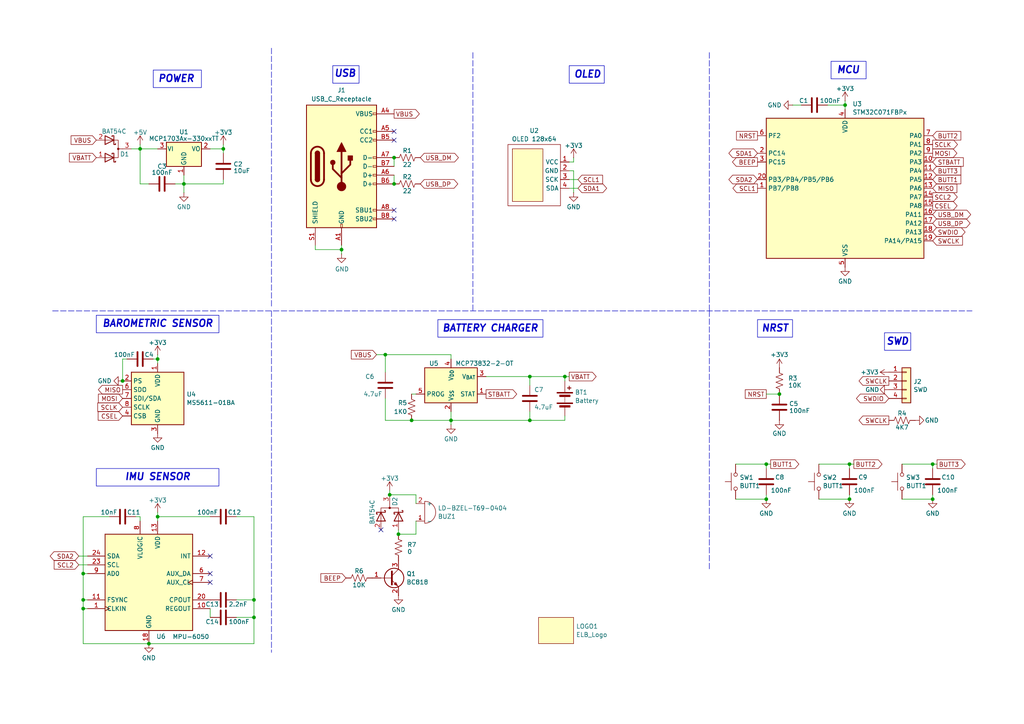
<source format=kicad_sch>
(kicad_sch (version 20250114) (generator "eeschema") (generator_version "9.0")
  (paper "A4")
  (title_block (title "ElbALTM 1") (date "2025-07-02") (rev "1.0") (company "ELB lab") (comment 4 "Altimetro portalie a batteria LiPo"))
  (lib_symbols
    (symbol "Battery_Management:MCP73831-2-OT"
      (property "Reference" "U" (at -7.62 6.35 0))
      (property "Value" "MCP73831-2-OT" (at 1.27 6.35 0))
      (symbol "MCP73831-2-OT_0_1"
        (rectangle (start -7.62 5.08) (end 7.62 -5.08) (stroke (width 0.254)) (fill (type background)))
      )
      (symbol "MCP73831-2-OT_1_1"
        (pin input line (at -10.16 -2.54 0) (length 2.54) (name "PROG") (number "5"))
        (pin power_in line (at 0 7.62 270) (length 2.54) (name "V_{DD}") (number "4"))
        (pin power_in line (at 0 -7.62 90) (length 2.54) (name "V_{SS}") (number "2"))
        (pin power_out line (at 10.16 2.54 180) (length 2.54) (name "V_{BAT}") (number "3"))
        (pin tri_state line (at 10.16 -2.54 180) (length 2.54) (name "STAT") (number "1"))
      )
    )
    (symbol "Connector:USB_C_Receptacle_USB2.0_16P" (pin_names (offset 1.016))
      (property "Reference" "J" (at 0 22.225 0))
      (property "Value" "USB_C_Receptacle_USB2.0_16P" (at 0 19.685 0))
      (symbol "USB_C_Receptacle_USB2.0_16P_0_0"
        (rectangle (start -0.254 -17.78) (end 0.254 -16.764))
        (rectangle (start 10.16 15.494) (end 9.144 14.986))
        (rectangle (start 10.16 10.414) (end 9.144 9.906))
        (rectangle (start 10.16 7.874) (end 9.144 7.366))
        (rectangle (start 10.16 2.794) (end 9.144 2.286))
        (rectangle (start 10.16 0.254) (end 9.144 -0.254))
        (rectangle (start 10.16 -2.286) (end 9.144 -2.794))
        (rectangle (start 10.16 -4.826) (end 9.144 -5.334))
        (rectangle (start 10.16 -12.446) (end 9.144 -12.954))
        (rectangle (start 10.16 -14.986) (end 9.144 -15.494))
      )
      (symbol "USB_C_Receptacle_USB2.0_16P_0_1"
        (rectangle (start -10.16 17.78) (end 10.16 -17.78) (stroke (width 0.254)) (fill (type background)))
        (polyline (pts (xy -8.89 -3.81) (xy -8.89 3.81)) (stroke (width 0.508)))
        (rectangle (start -7.62 -3.81) (end -6.35 3.81) (stroke (width 0.254)) (fill (type outline)))
        (arc (start -7.62 3.81) (mid -6.985 4.4423) (end -6.35 3.81) (stroke (width 0.254)))
        (arc (start -7.62 3.81) (mid -6.985 4.4423) (end -6.35 3.81) (stroke (width 0.254)) (fill (type outline)))
        (arc (start -8.89 3.81) (mid -6.985 5.7067) (end -5.08 3.81) (stroke (width 0.508)))
        (arc (start -5.08 -3.81) (mid -6.985 -5.7067) (end -8.89 -3.81) (stroke (width 0.508)))
        (arc (start -6.35 -3.81) (mid -6.985 -4.4423) (end -7.62 -3.81) (stroke (width 0.254)))
        (arc (start -6.35 -3.81) (mid -6.985 -4.4423) (end -7.62 -3.81) (stroke (width 0.254)) (fill (type outline)))
        (polyline (pts (xy -5.08 3.81) (xy -5.08 -3.81)) (stroke (width 0.508)))
        (circle (center -2.54 1.143) (radius 0.635) (stroke (width 0.254)) (fill (type outline)))
        (polyline (pts (xy -1.27 4.318) (xy 0 6.858) (xy 1.27 4.318) (xy -1.27 4.318)) (stroke (width 0.254)) (fill (type outline)))
        (polyline (pts (xy 0 -2.032) (xy 2.54 0.508) (xy 2.54 1.778)) (stroke (width 0.508)))
        (polyline (pts (xy 0 -3.302) (xy -2.54 -0.762) (xy -2.54 0.508)) (stroke (width 0.508)))
        (polyline (pts (xy 0 -5.842) (xy 0 4.318)) (stroke (width 0.508)))
        (circle (center 0 -5.842) (radius 1.27) (fill (type outline)))
        (rectangle (start 1.905 1.778) (end 3.175 3.048) (stroke (width 0.254)) (fill (type outline)))
      )
      (symbol "USB_C_Receptacle_USB2.0_16P_1_1"
        (pin passive line (at -7.62 -22.86 90) (length 5.08) (name "SHIELD") (number "S1"))
        (pin passive line (at 0 -22.86 90) (length 5.08) (name "GND") (number "A1"))
        (pin passive line (at 0 -22.86 90) (length 5.08) (hide yes) (name "GND") (number "A12"))
        (pin passive line (at 0 -22.86 90) (length 5.08) (hide yes) (name "GND") (number "B1"))
        (pin passive line (at 0 -22.86 90) (length 5.08) (hide yes) (name "GND") (number "B12"))
        (pin passive line (at 15.24 15.24 180) (length 5.08) (name "VBUS") (number "A4"))
        (pin passive line (at 15.24 15.24 180) (length 5.08) (hide yes) (name "VBUS") (number "A9"))
        (pin passive line (at 15.24 15.24 180) (length 5.08) (hide yes) (name "VBUS") (number "B4"))
        (pin passive line (at 15.24 15.24 180) (length 5.08) (hide yes) (name "VBUS") (number "B9"))
        (pin bidirectional line (at 15.24 10.16 180) (length 5.08) (name "CC1") (number "A5"))
        (pin bidirectional line (at 15.24 7.62 180) (length 5.08) (name "CC2") (number "B5"))
        (pin bidirectional line (at 15.24 2.54 180) (length 5.08) (name "D-") (number "A7"))
        (pin bidirectional line (at 15.24 0 180) (length 5.08) (name "D-") (number "B7"))
        (pin bidirectional line (at 15.24 -2.54 180) (length 5.08) (name "D+") (number "A6"))
        (pin bidirectional line (at 15.24 -5.08 180) (length 5.08) (name "D+") (number "B6"))
        (pin bidirectional line (at 15.24 -12.7 180) (length 5.08) (name "SBU1") (number "A8"))
        (pin bidirectional line (at 15.24 -15.24 180) (length 5.08) (name "SBU2") (number "B8"))
      )
    )
    (symbol "Connector_Generic:Conn_01x04" (pin_names (offset 1.016) (hide yes))
      (property "Reference" "J" (at 0 5.08 0))
      (property "Value" "Conn_01x04" (at 0 -7.62 0))
      (symbol "Conn_01x04_1_1"
        (rectangle (start -1.27 3.81) (end 1.27 -6.35) (stroke (width 0.254)) (fill (type background)))
        (rectangle (start -1.27 2.667) (end 0 2.413) (stroke (width 0.1524)))
        (rectangle (start -1.27 0.127) (end 0 -0.127) (stroke (width 0.1524)))
        (rectangle (start -1.27 -2.413) (end 0 -2.667) (stroke (width 0.1524)))
        (rectangle (start -1.27 -4.953) (end 0 -5.207) (stroke (width 0.1524)))
        (pin passive line (at -5.08 2.54 0) (length 3.81) (name "Pin_1") (number "1"))
        (pin passive line (at -5.08 0 0) (length 3.81) (name "Pin_2") (number "2"))
        (pin passive line (at -5.08 -2.54 0) (length 3.81) (name "Pin_3") (number "3"))
        (pin passive line (at -5.08 -5.08 0) (length 3.81) (name "Pin_4") (number "4"))
      )
    )
    (symbol "Device:Battery" (pin_numbers (hide yes)) (pin_names (offset 0) (hide yes))
      (property "Reference" "BT" (at 2.54 2.54 0))
      (property "Value" "Battery" (at 2.54 0 0))
      (symbol "Battery_0_1"
        (rectangle (start -2.286 1.778) (end 2.286 1.524) (fill (type outline)))
        (rectangle (start -2.286 -1.27) (end 2.286 -1.524) (fill (type outline)))
        (rectangle (start -1.524 1.016) (end 1.524 0.508) (fill (type outline)))
        (rectangle (start -1.524 -2.032) (end 1.524 -2.54) (fill (type outline)))
        (polyline (pts (xy 0 1.778) (xy 0 2.54)))
        (polyline (pts (xy 0 0) (xy 0 0.254)))
        (polyline (pts (xy 0 -0.508) (xy 0 -0.254)))
        (polyline (pts (xy 0 -1.016) (xy 0 -0.762)))
        (polyline (pts (xy 0.762 3.048) (xy 1.778 3.048)) (stroke (width 0.254)))
        (polyline (pts (xy 1.27 3.556) (xy 1.27 2.54)) (stroke (width 0.254)))
      )
      (symbol "Battery_1_1"
        (pin passive line (at 0 5.08 270) (length 2.54) (name "+") (number "1"))
        (pin passive line (at 0 -5.08 90) (length 2.54) (name "-") (number "2"))
      )
    )
    (symbol "Device:C" (pin_numbers (hide yes)) (pin_names (offset 0.254))
      (property "Reference" "C" (at 0.635 2.54 0))
      (property "Value" "C" (at 0.635 -2.54 0))
      (symbol "C_0_1"
        (polyline (pts (xy -2.032 0.762) (xy 2.032 0.762)) (stroke (width 0.508)))
        (polyline (pts (xy -2.032 -0.762) (xy 2.032 -0.762)) (stroke (width 0.508)))
      )
      (symbol "C_1_1"
        (pin passive line (at 0 3.81 270) (length 2.794) (name "~") (number "1"))
        (pin passive line (at 0 -3.81 90) (length 2.794) (name "~") (number "2"))
      )
    )
    (symbol "Device:D_Schottky_Dual_CommonCathode_AAK_Parallel" (pin_names (offset 0.762) (hide yes))
      (property "Reference" "D" (at 0 5.08 0))
      (property "Value" "D_Schottky_Dual_CommonCathode_AAK_Parallel" (at 0 -5.08 0))
      (symbol "D_Schottky_Dual_CommonCathode_AAK_Parallel_0_1"
        (polyline (pts (xy -2.54 3.81) (xy 0 2.54) (xy -2.54 1.27) (xy -2.54 3.81) (xy -2.54 3.81) (xy -2.54 3.81)) (stroke (width 0.254)))
        (polyline (pts (xy -2.54 -1.27) (xy 0 -2.54) (xy -2.54 -3.81) (xy -2.54 -1.27) (xy -2.54 -1.27) (xy -2.54 -1.27)) (stroke (width 0.254)))
        (polyline (pts (xy -2.54 -2.54) (xy 1.27 -2.54) (xy 1.27 2.54) (xy -2.54 2.54)))
        (polyline (pts (xy 0.508 3.556) (xy 0.508 3.81) (xy 0 3.81) (xy 0 1.27) (xy -0.508 1.27) (xy -0.508 1.524)) (stroke (width 0.254)))
        (polyline (pts (xy 0.508 -1.524) (xy 0.508 -1.27) (xy 0 -1.27) (xy 0 -3.81) (xy -0.508 -3.81) (xy -0.508 -3.556)) (stroke (width 0.254)))
        (polyline (pts (xy 1.27 0) (xy 2.54 0)))
        (circle (center 1.27 0) (radius 0.254) (fill (type outline)))
        (pin passive line (at -5.08 2.54 0) (length 2.54) (name "A") (number "1"))
        (pin passive line (at -5.08 -2.54 0) (length 2.54) (name "A") (number "2"))
        (pin passive line (at 5.08 0 180) (length 2.54) (name "K") (number "3"))
      )
    )
    (symbol "Device:R_US" (pin_numbers (hide yes)) (pin_names (offset 0))
      (property "Reference" "R" (at 2.54 0 90))
      (property "Value" "R_US" (at -2.54 0 90))
      (symbol "R_US_0_1"
        (polyline (pts (xy 0 2.286) (xy 0 2.54)))
        (polyline (pts (xy 0 2.286) (xy 1.016 1.905) (xy 0 1.524) (xy -1.016 1.143) (xy 0 0.762)))
        (polyline (pts (xy 0 0.762) (xy 1.016 0.381) (xy 0 0) (xy -1.016 -0.381) (xy 0 -0.762)))
        (polyline (pts (xy 0 -0.762) (xy 1.016 -1.143) (xy 0 -1.524) (xy -1.016 -1.905) (xy 0 -2.286)))
        (polyline (pts (xy 0 -2.286) (xy 0 -2.54)))
      )
      (symbol "R_US_1_1"
        (pin passive line (at 0 3.81 270) (length 1.27) (name "~") (number "1"))
        (pin passive line (at 0 -3.81 90) (length 1.27) (name "~") (number "2"))
      )
    )
    (symbol "MCU_ST_STM32C0:STM32C071FBPx"
      (property "Reference" "U" (at -22.86 21.59 0))
      (property "Value" "STM32C071FBPx" (at 2.54 21.59 0))
      (symbol "STM32C071FBPx_0_1"
        (rectangle (start -22.86 -20.32) (end 22.86 20.32) (stroke (width 0.254)) (fill (type background)))
      )
      (symbol "STM32C071FBPx_1_1"
        (pin bidirectional line (at -25.4 15.24 0) (length 2.54) (name "PF2") (number "6"))
        (pin bidirectional line (at -25.4 10.16 0) (length 2.54) (name "PC14") (number "2"))
        (pin bidirectional line (at -25.4 7.62 0) (length 2.54) (name "PC15") (number "3"))
        (pin bidirectional line (at -25.4 2.54 0) (length 2.54) (name "PB3/PB4/PB5/PB6") (number "20"))
        (pin bidirectional line (at -25.4 0 0) (length 2.54) (name "PB7/PB8") (number "1"))
        (pin power_in line (at 0 22.86 270) (length 2.54) (name "VDD") (number "4"))
        (pin power_in line (at 0 -22.86 90) (length 2.54) (name "VSS") (number "5"))
        (pin bidirectional line (at 25.4 15.24 180) (length 2.54) (name "PA0") (number "7"))
        (pin bidirectional line (at 25.4 12.7 180) (length 2.54) (name "PA1") (number "8"))
        (pin bidirectional line (at 25.4 10.16 180) (length 2.54) (name "PA2") (number "9"))
        (pin bidirectional line (at 25.4 7.62 180) (length 2.54) (name "PA3") (number "10"))
        (pin bidirectional line (at 25.4 5.08 180) (length 2.54) (name "PA4") (number "11"))
        (pin bidirectional line (at 25.4 2.54 180) (length 2.54) (name "PA5") (number "12"))
        (pin bidirectional line (at 25.4 0 180) (length 2.54) (name "PA6") (number "13"))
        (pin bidirectional line (at 25.4 -2.54 180) (length 2.54) (name "PA7") (number "14"))
        (pin bidirectional line (at 25.4 -5.08 180) (length 2.54) (name "PA8") (number "15"))
        (pin bidirectional line (at 25.4 -7.62 180) (length 2.54) (name "PA11") (number "16"))
        (pin bidirectional line (at 25.4 -10.16 180) (length 2.54) (name "PA12") (number "17"))
        (pin bidirectional line (at 25.4 -12.7 180) (length 2.54) (name "PA13") (number "18"))
        (pin bidirectional line (at 25.4 -15.24 180) (length 2.54) (name "PA14/PA15") (number "19"))
      )
    )
    (symbol "MyLibrary:BUZZ"
      (property "Reference" "BUZ" (at 0 5.715 0))
      (property "Value" "LD-BZEL-T69-0404" (at 0 -5.08 0))
      (symbol "BUZZ_0_1"
        (polyline (pts (xy -1.651 1.905) (xy -1.143 1.905)))
        (polyline (pts (xy -1.397 2.159) (xy -1.397 1.651)))
        (arc (start 0 3.175) (mid 3.1612 0) (end 0 -3.175))
        (polyline (pts (xy 0 3.175) (xy 0 -3.175)))
      )
      (symbol "BUZZ_1_1"
        (pin passive line (at -2.54 2.54 0) (length 2.54) (name "-") (number "1"))
        (pin passive line (at -2.54 -2.54 0) (length 2.54) (name "+") (number "2"))
      )
    )
    (symbol "MyLibrary:ELB_Logo_Small"
      (property "Reference" "LOGO" (at 0 -1.27 0))
      (property "Value" "ELB_Logo" (at 0 1.27 0))
      (symbol "ELB_Logo_Small_0_1"
        (rectangle (start -5.08 3.81) (end 5.08 -3.81) (stroke (width 0.1524)) (fill (type background)))
      )
    )
    (symbol "OLED:OLED128x64"
      (property "Reference" "U" (at 5.08 11.43 0))
      (property "Value" "OLED 128x64" (at 5.08 8.89 0))
      (symbol "OLED128x64_0_1"
        (rectangle (start -8.89 7.62) (end 8.89 -7.62))
      )
      (symbol "OLED128x64_1_1"
        (rectangle (start -7.62 2.54) (end 7.62 -6.35) (fill (type background)))
        (pin power_in line (at -3.81 10.16 270) (length 2.54) (name "VCC") (number "1"))
        (pin power_in line (at -1.27 10.16 270) (length 2.54) (name "GND") (number "2"))
        (pin input line (at 1.27 10.16 270) (length 2.54) (name "SCK") (number "3"))
        (pin bidirectional line (at 3.81 10.16 270) (length 2.54) (name "SDA") (number "4"))
      )
    )
    (symbol "Regulator_Linear:MCP1703Ax-330xxTT" (pin_names (offset 0.254))
      (property "Reference" "U" (at -3.81 3.175 0))
      (property "Value" "MCP1703Ax-330xxTT" (at 0 3.175 0))
      (symbol "MCP1703Ax-330xxTT_0_1"
        (rectangle (start -5.08 -5.08) (end 5.08 1.905) (stroke (width 0.254)) (fill (type background)))
      )
      (symbol "MCP1703Ax-330xxTT_1_1"
        (pin power_in line (at -7.62 0 0) (length 2.54) (name "VI") (number "3"))
        (pin power_in line (at 0 -7.62 90) (length 2.54) (name "GND") (number "1"))
        (pin power_out line (at 7.62 0 180) (length 2.54) (name "VO") (number "2"))
      )
    )
    (symbol "Sensor_Motion:MPU-6050"
      (property "Reference" "U" (at -11.43 13.97 0))
      (property "Value" "MPU-6050" (at 7.62 -15.24 0))
      (symbol "MPU-6050_0_0"
        (text "" (at 12.7 -2.54 0) (effects (font (size 1.27 1.27))))
      )
      (symbol "MPU-6050_0_1"
        (rectangle (start -12.7 13.97) (end 12.7 -13.97) (stroke (width 0.254)) (fill (type background)))
      )
      (symbol "MPU-6050_1_1"
        (pin bidirectional line (at -17.78 7.62 0) (length 5.08) (name "SDA") (number "24"))
        (pin input line (at -17.78 5.08 0) (length 5.08) (name "SCL") (number "23"))
        (pin input line (at -17.78 2.54 0) (length 5.08) (name "AD0") (number "9"))
        (pin input line (at -17.78 -5.08 0) (length 5.08) (name "FSYNC") (number "11"))
        (pin input clock (at -17.78 -7.62 0) (length 5.08) (name "CLKIN") (number "1"))
        (pin no_connect line (at -12.7 12.7 0) (length 2.54) (hide yes) (name "NC") (number "2"))
        (pin no_connect line (at -12.7 10.16 0) (length 2.54) (hide yes) (name "NC") (number "3"))
        (pin no_connect line (at -12.7 0 0) (length 2.54) (hide yes) (name "NC") (number "4"))
        (pin no_connect line (at -12.7 -2.54 0) (length 2.54) (hide yes) (name "NC") (number "5"))
        (pin no_connect line (at -12.7 -10.16 0) (length 2.54) (hide yes) (name "NC") (number "14"))
        (pin power_in line (at -2.54 17.78 270) (length 3.81) (name "VLOGIC") (number "8"))
        (pin power_in line (at 0 -17.78 90) (length 3.81) (name "GND") (number "18"))
        (pin power_in line (at 2.54 17.78 270) (length 3.81) (name "VDD") (number "13"))
        (pin no_connect line (at 12.7 12.7 180) (length 2.54) (hide yes) (name "NC") (number "15"))
        (pin no_connect line (at 12.7 10.16 180) (length 2.54) (hide yes) (name "NC") (number "16"))
        (pin no_connect line (at 12.7 5.08 180) (length 2.54) (hide yes) (name "NC") (number "17"))
        (pin no_connect line (at 12.7 -2.54 180) (length 2.54) (hide yes) (name "RESV") (number "21"))
        (pin no_connect line (at 12.7 -10.16 180) (length 2.54) (hide yes) (name "RESV") (number "19"))
        (pin no_connect line (at 12.7 -12.7 180) (length 2.54) (hide yes) (name "RESV") (number "22"))
        (pin output line (at 17.78 7.62 180) (length 5.08) (name "INT") (number "12"))
        (pin bidirectional line (at 17.78 2.54 180) (length 5.08) (name "AUX_DA") (number "6"))
        (pin output clock (at 17.78 0 180) (length 5.08) (name "AUX_CL") (number "7"))
        (pin passive line (at 17.78 -5.08 180) (length 5.08) (name "CPOUT") (number "20"))
        (pin passive line (at 17.78 -7.62 180) (length 5.08) (name "REGOUT") (number "10"))
      )
    )
    (symbol "Sensor_Pressure:MS5611-01BA"
      (property "Reference" "U" (at -6.35 8.89 0))
      (property "Value" "MS5611-01BA" (at 7.62 8.89 0))
      (symbol "MS5611-01BA_0_1"
        (rectangle (start -7.62 7.62) (end 7.62 -7.62) (stroke (width 0.254)) (fill (type background)))
      )
      (symbol "MS5611-01BA_1_1"
        (pin input line (at -10.16 5.08 0) (length 2.54) (name "PS") (number "2"))
        (pin output line (at -10.16 2.54 0) (length 2.54) (name "SDO") (number "6"))
        (pin bidirectional line (at -10.16 0 0) (length 2.54) (name "SDI/SDA") (number "7"))
        (pin input line (at -10.16 -2.54 0) (length 2.54) (name "SCLK") (number "8"))
        (pin input line (at -10.16 -5.08 0) (length 2.54) (name "CSB") (number "4"))
        (pin input line (at -10.16 -5.08 0) (length 2.54) (hide yes) (name "CSB") (number "5"))
        (pin power_in line (at 0 10.16 270) (length 2.54) (name "VDD") (number "1"))
        (pin power_in line (at 0 -10.16 90) (length 2.54) (name "GND") (number "3"))
      )
    )
    (symbol "Switch:SW_Push" (pin_numbers (hide yes)) (pin_names (offset 1.016) (hide yes))
      (property "Reference" "SW" (at 1.27 2.54 0))
      (property "Value" "SW_Push" (at 0 -1.524 0))
      (symbol "SW_Push_0_1"
        (circle (center -2.032 0) (radius 0.508))
        (polyline (pts (xy 0 1.27) (xy 0 3.048)))
        (circle (center 2.032 0) (radius 0.508))
        (polyline (pts (xy 2.54 1.27) (xy -2.54 1.27)))
        (pin passive line (at -5.08 0 0) (length 2.54) (name "1") (number "1"))
        (pin passive line (at 5.08 0 180) (length 2.54) (name "2") (number "2"))
      )
    )
    (symbol "Transistor_BJT:BC818" (pin_names (offset 0) (hide yes))
      (property "Reference" "Q" (at 5.08 1.905 0))
      (property "Value" "BC818" (at 5.08 0 0))
      (symbol "BC818_0_1"
        (polyline (pts (xy -2.54 0) (xy 0.635 0)))
        (polyline (pts (xy 0.635 1.905) (xy 0.635 -1.905)) (stroke (width 0.508)))
        (circle (center 1.27 0) (radius 2.8194) (stroke (width 0.254)))
      )
      (symbol "BC818_1_1"
        (polyline (pts (xy 0.635 0.635) (xy 2.54 2.54)))
        (polyline (pts (xy 0.635 -0.635) (xy 2.54 -2.54)))
        (polyline (pts (xy 1.27 -1.778) (xy 1.778 -1.27) (xy 2.286 -2.286) (xy 1.27 -1.778)) (fill (type outline)))
        (pin input line (at -5.08 0 0) (length 2.54) (name "B") (number "1"))
        (pin passive line (at 2.54 5.08 270) (length 2.54) (name "C") (number "3"))
        (pin passive line (at 2.54 -5.08 90) (length 2.54) (name "E") (number "2"))
      )
    )
    (symbol "power:+3V3" (power) (pin_numbers (hide yes)) (pin_names (offset 0) (hide yes))
      (property "Value" "+3V3" (at 0 3.556 0))
      (symbol "+3V3_0_1"
        (polyline (pts (xy -0.762 1.27) (xy 0 2.54)))
        (polyline (pts (xy 0 2.54) (xy 0.762 1.27)))
        (polyline (pts (xy 0 0) (xy 0 2.54)))
      )
      (symbol "+3V3_1_1"
        (pin power_in line (at 0 0 90) (length 0) (name "~") (number "1"))
      )
    )
    (symbol "power:+5V" (power) (pin_numbers (hide yes)) (pin_names (offset 0) (hide yes))
      (property "Value" "+5V" (at 0 3.556 0))
      (symbol "+5V_0_1"
        (polyline (pts (xy -0.762 1.27) (xy 0 2.54)))
        (polyline (pts (xy 0 2.54) (xy 0.762 1.27)))
        (polyline (pts (xy 0 0) (xy 0 2.54)))
      )
      (symbol "+5V_1_1"
        (pin power_in line (at 0 0 90) (length 0) (name "~") (number "1"))
      )
    )
    (symbol "power:GND" (power) (pin_numbers (hide yes)) (pin_names (offset 0) (hide yes))
      (property "Value" "GND" (at 0 -3.81 0))
      (symbol "GND_0_1"
        (polyline (pts (xy 0 0) (xy 0 -1.27) (xy 1.27 -1.27) (xy 0 -2.54) (xy -1.27 -1.27) (xy 0 -1.27)))
      )
      (symbol "GND_1_1"
        (pin power_in line (at 0 0 270) (length 0) (name "~") (number "1"))
      )
    )
  )
  (rectangle (start 96.52 19.05) (end 104.14 24.13))
  (rectangle (start 27.94 135.89) (end 63.5 140.97))
  (rectangle (start 127 92.71) (end 157.48 97.79))
  (rectangle (start 165.1 19.05) (end 175.26 24.13))
  (rectangle (start 219.71 92.71) (end 229.87 97.79))
  (rectangle (start 241.046 17.78) (end 251.206 22.86))
  (rectangle (start 44.45 20.32) (end 58.42 25.4))
  (rectangle (start 256.54 96.52) (end 264.16 101.6))
  (rectangle (start 27.94 91.44) (end 63.5 96.52))
  (text "SWD" (at 260.35 100.33 0) (effects (font (size 2.0066 2.0066) (thickness 0.4013) (bold yes) (italic yes)) (justify bottom)))
  (text "IMU SENSOR" (at 45.72 138.43 0) (effects (font (size 2.0066 2.0066) (thickness 0.4013) (bold yes) (italic yes))))
  (text "POWER\n" (at 45.72 24.13 0) (effects (font (size 2.0066 2.0066) (thickness 0.4013) (bold yes) (italic yes)) (justify left bottom)))
  (text "NRST" (at 224.79 96.52 0) (effects (font (size 2.0066 2.0066) (thickness 0.4013) (bold yes) (italic yes)) (justify bottom)))
  (text "USB" (at 103.378 22.606 0) (effects (font (size 2.0066 2.0066) (thickness 0.4013) (bold yes) (italic yes)) (justify right bottom)))
  (text "BATTERY CHARGER" (at 156.21 96.52 0) (effects (font (size 2.0066 2.0066) (thickness 0.4013) (bold yes) (italic yes)) (justify right bottom)))
  (text "BAROMETRIC SENSOR" (at 45.72 93.98 0) (effects (font (size 2.0066 2.0066) (thickness 0.4013) (bold yes) (italic yes))))
  (text "OLED" (at 166.37 22.86 0) (effects (font (size 2.0066 2.0066) (thickness 0.4013) (bold yes) (italic yes)) (justify left bottom)))
  (text "MCU" (at 242.57 21.59 0) (effects (font (size 2.0066 2.0066) (thickness 0.4013) (bold yes) (italic yes)) (justify left bottom)))
  (junction (at 113.03 143.51))
  (junction (at 222.25 134.62))
  (junction (at 64.77 43.18))
  (junction (at 111.76 102.87))
  (junction (at 73.66 173.99))
  (junction (at 99.06 72.39))
  (junction (at 24.13 176.53))
  (junction (at 130.81 121.92))
  (junction (at 35.56 110.49))
  (junction (at 246.38 134.62))
  (junction (at 73.66 179.07))
  (junction (at 246.38 144.78))
  (junction (at 24.13 166.37))
  (junction (at 24.13 173.99))
  (junction (at 114.3 45.72))
  (junction (at 115.57 154.94))
  (junction (at 40.64 43.18))
  (junction (at 45.72 104.14))
  (junction (at 163.83 109.22))
  (junction (at 226.06 114.3))
  (junction (at 245.11 30.48))
  (junction (at 114.3 53.34))
  (junction (at 270.51 144.78))
  (junction (at 119.38 121.92))
  (junction (at 43.18 186.69))
  (junction (at 153.67 121.92))
  (junction (at 270.51 134.62))
  (junction (at 45.72 149.86))
  (junction (at 153.67 109.22))
  (junction (at 53.34 53.34))
  (junction (at 222.25 144.78))
  (no_connect (at 114.3 60.96))
  (no_connect (at 114.3 63.5))
  (no_connect (at 114.3 40.64))
  (no_connect (at 60.96 161.29))
  (no_connect (at 110.49 153.67))
  (no_connect (at 114.3 38.1))
  (no_connect (at 60.96 166.37))
  (no_connect (at 60.96 168.91))
  (wire (pts (xy 237.49 144.78) (xy 246.38 144.78)))
  (wire (pts (xy 73.66 179.07) (xy 73.66 173.99)))
  (wire (pts (xy 114.3 48.26) (xy 114.3 45.72)))
  (wire (pts (xy 115.57 154.94) (xy 120.65 154.94)))
  (wire (pts (xy 270.51 134.62) (xy 271.78 134.62)))
  (wire (pts (xy 91.44 71.12) (xy 91.44 72.39)))
  (wire (pts (xy 261.62 134.62) (xy 270.51 134.62)))
  (wire (pts (xy 222.25 143.51) (xy 222.25 144.78)))
  (wire (pts (xy 111.76 102.87) (xy 111.76 107.95)))
  (wire (pts (xy 163.83 109.22) (xy 165.1 109.22)))
  (wire (pts (xy 165.1 46.99) (xy 166.37 46.99)))
  (wire (pts (xy 45.72 149.86) (xy 60.96 149.86)))
  (wire (pts (xy 44.45 104.14) (xy 45.72 104.14)))
  (wire (pts (xy 165.1 54.61) (xy 167.64 54.61)))
  (wire (pts (xy 140.97 109.22) (xy 153.67 109.22)))
  (wire (pts (xy 222.25 134.62) (xy 223.52 134.62)))
  (wire (pts (xy 270.51 143.51) (xy 270.51 144.78)))
  (wire (pts (xy 163.83 120.65) (xy 163.83 121.92)))
  (wire (pts (xy 64.77 41.91) (xy 64.77 43.18)))
  (wire (pts (xy 73.66 173.99) (xy 68.58 173.99)))
  (wire (pts (xy 40.64 151.13) (xy 40.64 149.86)))
  (wire (pts (xy 60.96 43.18) (xy 64.77 43.18)))
  (polyline (pts (xy 205.74 15.24) (xy 205.74 90.17)) (stroke (width 0) (type dash)))
  (wire (pts (xy 165.1 52.07) (xy 167.64 52.07)))
  (wire (pts (xy 53.34 53.34) (xy 53.34 50.8)))
  (wire (pts (xy 166.37 49.53) (xy 166.37 55.88)))
  (wire (pts (xy 153.67 119.38) (xy 153.67 121.92)))
  (wire (pts (xy 24.13 173.99) (xy 24.13 176.53)))
  (wire (pts (xy 68.58 179.07) (xy 73.66 179.07)))
  (wire (pts (xy 60.96 179.07) (xy 60.96 176.53)))
  (wire (pts (xy 222.25 134.62) (xy 222.25 135.89)))
  (polyline (pts (xy 78.74 90.17) (xy 78.74 189.23)) (stroke (width 0) (type dash)))
  (wire (pts (xy 229.87 30.48) (xy 232.41 30.48)))
  (wire (pts (xy 64.77 53.34) (xy 53.34 53.34)))
  (wire (pts (xy 45.72 149.86) (xy 45.72 151.13)))
  (wire (pts (xy 163.83 109.22) (xy 153.67 109.22)))
  (wire (pts (xy 113.03 143.51) (xy 120.65 143.51)))
  (wire (pts (xy 111.76 102.87) (xy 130.81 102.87)))
  (wire (pts (xy 246.38 143.51) (xy 246.38 144.78)))
  (wire (pts (xy 43.18 53.34) (xy 40.64 53.34)))
  (wire (pts (xy 99.06 72.39) (xy 99.06 73.66)))
  (wire (pts (xy 111.76 121.92) (xy 119.38 121.92)))
  (wire (pts (xy 130.81 121.92) (xy 153.67 121.92)))
  (wire (pts (xy 109.22 102.87) (xy 111.76 102.87)))
  (wire (pts (xy 40.64 41.91) (xy 40.64 43.18)))
  (wire (pts (xy 213.36 144.78) (xy 222.25 144.78)))
  (wire (pts (xy 24.13 176.53) (xy 25.4 176.53)))
  (wire (pts (xy 130.81 119.38) (xy 130.81 121.92)))
  (wire (pts (xy 166.37 46.99) (xy 166.37 45.72)))
  (wire (pts (xy 40.64 43.18) (xy 45.72 43.18)))
  (wire (pts (xy 163.83 110.49) (xy 163.83 109.22)))
  (wire (pts (xy 53.34 53.34) (xy 53.34 55.88)))
  (wire (pts (xy 120.65 146.05) (xy 120.65 143.51)))
  (wire (pts (xy 165.1 49.53) (xy 166.37 49.53)))
  (wire (pts (xy 246.38 134.62) (xy 247.65 134.62)))
  (wire (pts (xy 24.13 173.99) (xy 25.4 173.99)))
  (wire (pts (xy 73.66 149.86) (xy 73.66 173.99)))
  (wire (pts (xy 25.4 166.37) (xy 24.13 166.37)))
  (wire (pts (xy 111.76 121.92) (xy 111.76 115.57)))
  (wire (pts (xy 40.64 149.86) (xy 39.37 149.86)))
  (wire (pts (xy 73.66 186.69) (xy 73.66 179.07)))
  (wire (pts (xy 213.36 134.62) (xy 222.25 134.62)))
  (wire (pts (xy 24.13 176.53) (xy 24.13 186.69)))
  (wire (pts (xy 24.13 166.37) (xy 24.13 173.99)))
  (wire (pts (xy 64.77 44.45) (xy 64.77 43.18)))
  (wire (pts (xy 246.38 134.62) (xy 246.38 135.89)))
  (polyline (pts (xy 78.74 13.97) (xy 78.74 88.9)) (stroke (width 0) (type dash)))
  (wire (pts (xy 114.3 50.8) (xy 114.3 53.34)))
  (wire (pts (xy 99.06 71.12) (xy 99.06 72.39)))
  (wire (pts (xy 130.81 123.19) (xy 130.81 121.92)))
  (wire (pts (xy 22.86 161.29) (xy 25.4 161.29)))
  (wire (pts (xy 22.86 163.83) (xy 25.4 163.83)))
  (wire (pts (xy 40.64 53.34) (xy 40.64 43.18)))
  (wire (pts (xy 237.49 134.62) (xy 246.38 134.62)))
  (wire (pts (xy 113.03 142.24) (xy 113.03 143.51)))
  (wire (pts (xy 222.25 114.3) (xy 226.06 114.3)))
  (wire (pts (xy 45.72 148.59) (xy 45.72 149.86)))
  (wire (pts (xy 120.65 151.13) (xy 120.65 154.94)))
  (wire (pts (xy 45.72 104.14) (xy 45.72 105.41)))
  (wire (pts (xy 68.58 149.86) (xy 73.66 149.86)))
  (wire (pts (xy 153.67 109.22) (xy 153.67 111.76)))
  (wire (pts (xy 130.81 102.87) (xy 130.81 104.14)))
  (wire (pts (xy 261.62 144.78) (xy 270.51 144.78)))
  (wire (pts (xy 245.11 30.48) (xy 245.11 31.75)))
  (wire (pts (xy 50.8 53.34) (xy 53.34 53.34)))
  (wire (pts (xy 245.11 29.21) (xy 245.11 30.48)))
  (wire (pts (xy 35.56 104.14) (xy 35.56 110.49)))
  (wire (pts (xy 36.83 104.14) (xy 35.56 104.14)))
  (wire (pts (xy 115.57 153.67) (xy 115.57 154.94)))
  (wire (pts (xy 240.03 30.48) (xy 245.11 30.48)))
  (wire (pts (xy 31.75 149.86) (xy 24.13 149.86)))
  (wire (pts (xy 119.38 121.92) (xy 130.81 121.92)))
  (polyline (pts (xy 15.24 90.17) (xy 281.94 90.17)) (stroke (width 0) (type dash)))
  (wire (pts (xy 270.51 134.62) (xy 270.51 135.89)))
  (polyline (pts (xy 205.74 90.17) (xy 205.74 165.1)) (stroke (width 0) (type dash)))
  (wire (pts (xy 119.38 114.3) (xy 120.65 114.3)))
  (polyline (pts (xy 137.16 15.24) (xy 137.16 90.17)) (stroke (width 0) (type dash)))
  (wire (pts (xy 24.13 149.86) (xy 24.13 166.37)))
  (wire (pts (xy 64.77 52.07) (xy 64.77 53.34)))
  (wire (pts (xy 153.67 121.92) (xy 163.83 121.92)))
  (wire (pts (xy 43.18 186.69) (xy 73.66 186.69)))
  (wire (pts (xy 24.13 186.69) (xy 43.18 186.69)))
  (wire (pts (xy 45.72 102.87) (xy 45.72 104.14)))
  (wire (pts (xy 38.1 43.18) (xy 40.64 43.18)))
  (wire (pts (xy 91.44 72.39) (xy 99.06 72.39)))
  (global_label "STBATT" (shape output) (at 140.97 114.3 0) (property "Intersheetrefs" "${INTERSHEET_REFS}" (effects (hide yes))))
  (global_label "SCL1" (shape input) (at 167.64 52.07 0) (property "Intersheetrefs" "${INTERSHEET_REFS}" (effects (hide yes))))
  (global_label "SCL2" (shape input) (at 22.86 163.83 180) (property "Intersheetrefs" "${INTERSHEET_REFS}" (effects (hide yes))))
  (global_label "SCL1" (shape output) (at 219.71 54.61 180) (property "Intersheetrefs" "${INTERSHEET_REFS}" (effects (hide yes))))
  (global_label "USB_DP" (shape bidirectional) (at 121.92 53.34 0) (property "Intersheetrefs" "${INTERSHEET_REFS}" (effects (hide yes))))
  (global_label "CSEL" (shape input) (at 35.56 120.65 180) (property "Intersheetrefs" "${INTERSHEET_REFS}" (effects (hide yes))))
  (global_label "MOSI" (shape input) (at 35.56 115.57 180) (property "Intersheetrefs" "${INTERSHEET_REFS}" (effects (hide yes))))
  (global_label "VBATT" (shape input) (at 27.94 45.72 180) (property "Intersheetrefs" "${INTERSHEET_REFS}" (effects (hide yes))))
  (global_label "MISO" (shape output) (at 35.56 113.03 180) (property "Intersheetrefs" "${INTERSHEET_REFS}" (effects (hide yes))))
  (global_label "NRST" (shape passive) (at 219.71 39.37 180) (property "Intersheetrefs" "${INTERSHEET_REFS}" (effects (hide yes))))
  (global_label "SCLK" (shape input) (at 35.56 118.11 180) (property "Intersheetrefs" "${INTERSHEET_REFS}" (effects (hide yes))))
  (global_label "SCLK" (shape output) (at 270.51 41.91 0) (property "Intersheetrefs" "${INTERSHEET_REFS}" (effects (hide yes))))
  (global_label "VBUS" (shape input) (at 109.22 102.87 180) (property "Intersheetrefs" "${INTERSHEET_REFS}" (effects (hide yes))))
  (global_label "SDA1" (shape bidirectional) (at 167.64 54.61 0) (property "Intersheetrefs" "${INTERSHEET_REFS}" (effects (hide yes))))
  (global_label "BUTT3" (shape input) (at 270.51 49.53 0) (property "Intersheetrefs" "${INTERSHEET_REFS}" (effects (hide yes))))
  (global_label "SWDIO" (shape bidirectional) (at 257.81 115.57 180) (property "Intersheetrefs" "${INTERSHEET_REFS}" (effects (hide yes))))
  (global_label "SDA2" (shape bidirectional) (at 22.86 161.29 180) (property "Intersheetrefs" "${INTERSHEET_REFS}" (effects (hide yes))))
  (global_label "VBUS" (shape output) (at 114.3 33.02 0) (property "Intersheetrefs" "${INTERSHEET_REFS}" (effects (hide yes))))
  (global_label "BEEP" (shape input) (at 100.33 167.64 180) (property "Intersheetrefs" "${INTERSHEET_REFS}" (effects (hide yes))))
  (global_label "BUTT1" (shape output) (at 223.52 134.62 0) (property "Intersheetrefs" "${INTERSHEET_REFS}" (effects (hide yes))))
  (global_label "USB_DM" (shape bidirectional) (at 121.92 45.72 0) (property "Intersheetrefs" "${INTERSHEET_REFS}" (effects (hide yes))))
  (global_label "VBUS" (shape input) (at 27.94 40.64 180) (property "Intersheetrefs" "${INTERSHEET_REFS}" (effects (hide yes))))
  (global_label "BUTT2" (shape input) (at 270.51 39.37 0) (property "Intersheetrefs" "${INTERSHEET_REFS}" (effects (hide yes))))
  (global_label "SDA1" (shape bidirectional) (at 219.71 44.45 180) (property "Intersheetrefs" "${INTERSHEET_REFS}" (effects (hide yes))))
  (global_label "SWDIO" (shape bidirectional) (at 270.51 67.31 0) (property "Intersheetrefs" "${INTERSHEET_REFS}" (effects (hide yes))))
  (global_label "SCL2" (shape output) (at 270.51 57.15 0) (property "Intersheetrefs" "${INTERSHEET_REFS}" (effects (hide yes))))
  (global_label "VBATT" (shape output) (at 165.1 109.22 0) (property "Intersheetrefs" "${INTERSHEET_REFS}" (effects (hide yes))))
  (global_label "BUTT2" (shape output) (at 247.65 134.62 0) (property "Intersheetrefs" "${INTERSHEET_REFS}" (effects (hide yes))))
  (global_label "SWCLK" (shape input) (at 270.51 69.85 0) (property "Intersheetrefs" "${INTERSHEET_REFS}" (effects (hide yes))))
  (global_label "BUTT3" (shape output) (at 271.78 134.62 0) (property "Intersheetrefs" "${INTERSHEET_REFS}" (effects (hide yes))))
  (global_label "MISO" (shape input) (at 270.51 54.61 0) (property "Intersheetrefs" "${INTERSHEET_REFS}" (effects (hide yes))))
  (global_label "MOSI" (shape output) (at 270.51 44.45 0) (property "Intersheetrefs" "${INTERSHEET_REFS}" (effects (hide yes))))
  (global_label "SWCLK" (shape output) (at 257.81 121.92 180) (property "Intersheetrefs" "${INTERSHEET_REFS}" (effects (hide yes))))
  (global_label "USB_DP" (shape bidirectional) (at 270.51 64.77 0) (property "Intersheetrefs" "${INTERSHEET_REFS}" (effects (hide yes))))
  (global_label "USB_DM" (shape bidirectional) (at 270.51 62.23 0) (property "Intersheetrefs" "${INTERSHEET_REFS}" (effects (hide yes))))
  (global_label "CSEL" (shape output) (at 270.51 59.69 0) (property "Intersheetrefs" "${INTERSHEET_REFS}" (effects (hide yes))))
  (global_label "BEEP" (shape output) (at 219.71 46.99 180) (property "Intersheetrefs" "${INTERSHEET_REFS}" (effects (hide yes))))
  (global_label "STBATT" (shape input) (at 270.51 46.99 0) (property "Intersheetrefs" "${INTERSHEET_REFS}" (effects (hide yes))))
  (global_label "SWCLK" (shape output) (at 257.81 110.49 180) (property "Intersheetrefs" "${INTERSHEET_REFS}" (effects (hide yes))))
  (global_label "NRST" (shape passive) (at 222.25 114.3 180) (property "Intersheetrefs" "${INTERSHEET_REFS}" (effects (hide yes))))
  (global_label "SDA2" (shape bidirectional) (at 219.71 52.07 180) (property "Intersheetrefs" "${INTERSHEET_REFS}" (effects (hide yes))))
  (global_label "BUTT1" (shape input) (at 270.51 52.07 0) (property "Intersheetrefs" "${INTERSHEET_REFS}" (effects (hide yes))))
  (symbol (lib_id "MyLibrary:BUZZ") (at 123.19 148.59 0) (mirror x) (unit 1)
    (property "Reference" "BUZ1" (at 126.9862 149.8022 0) (effects (justify left)))
    (property "Value" "LD-BZEL-T69-0404" (at 126.9862 147.3779 0) (effects (justify left)))
    (property "Footprint" "MyLibrary:LD-BZEL-T69-0404" (effects (hide yes)))
  )
  (symbol (lib_id "Device:C") (at 246.38 139.7 0) (unit 1)
    (property "Reference" "C9" (at 248.92 138.43 0) (effects (justify left)))
    (property "Value" "100nF" (at 247.65 142.24 0) (effects (justify left)))
    (property "Footprint" "Capacitor_SMD:C_0805_2012Metric_Pad1.18x1.45mm_HandSolder" (effects (hide yes)))
  )
  (symbol (lib_id "Device:D_Schottky_Dual_CommonCathode_AAK_Parallel") (at 113.03 148.59 270) (mirror x) (unit 1)
    (property "Reference" "D2" (at 114.554 146.812 0) (effects (justify left)))
    (property "Value" "BAT54C" (at 107.95 152.146 0) (effects (justify left)))
    (property "Footprint" "Package_TO_SOT_SMD:SOT-23" (effects (hide yes)))
    (property "Description" "Dual Schottky diode, common cathode on pin 3" (effects (hide yes)))
  )
  (symbol (lib_id "power:GND") (at 226.06 121.92 0) (unit 1)
    (property "Reference" "#PWR015" (effects (hide yes)))
    (property "Value" "GND" (at 226.06 125.73 0))
    (property "Description" "Power symbol creates a global label with name \"GND\" , ground" (effects (hide yes)))
  )
  (symbol (lib_id "Device:C") (at 236.22 30.48 270) (unit 1)
    (property "Reference" "C1" (at 234.442 29.21 90) (effects (justify right)))
    (property "Value" "100nF" (at 243.84 29.21 90) (effects (justify right)))
    (property "Footprint" "Capacitor_SMD:C_0805_2012Metric_Pad1.18x1.45mm_HandSolder" (effects (hide yes)))
    (property "Description" "Unpolarized capacitor" (effects (hide yes)))
  )
  (symbol (lib_id "Device:C") (at 111.76 111.76 0) (unit 1)
    (property "Reference" "C6" (at 105.918 109.22 0) (effects (justify left)))
    (property "Value" "4.7uF" (at 105.41 114.3 0) (effects (justify left)))
    (property "Footprint" "Capacitor_SMD:C_0805_2012Metric_Pad1.18x1.45mm_HandSolder" (effects (hide yes)))
  )
  (symbol (lib_id "Device:C") (at 222.25 139.7 0) (unit 1)
    (property "Reference" "C8" (at 224.79 138.43 0) (effects (justify left)))
    (property "Value" "100nF" (at 223.52 142.24 0) (effects (justify left)))
    (property "Footprint" "Capacitor_SMD:C_0805_2012Metric_Pad1.18x1.45mm_HandSolder" (effects (hide yes)))
  )
  (symbol (lib_id "Connector_Generic:Conn_01x04") (at 262.89 110.49 0) (unit 1)
    (property "Reference" "J2" (at 264.922 110.6932 0) (effects (justify left)))
    (property "Value" "SWD" (at 264.922 113.0046 0) (effects (justify left)))
    (property "Footprint" "Connector_PinHeader_2.54mm:PinHeader_1x04_P2.54mm_Horizontal" (effects (hide yes)))
  )
  (symbol (lib_id "power:GND") (at 53.34 55.88 0) (unit 1)
    (property "Reference" "#PWR06" (effects (hide yes)))
    (property "Value" "GND" (at 53.34 60.0155 0))
    (property "Description" "Power symbol creates a global label with name \"GND\" , ground" (effects (hide yes)))
  )
  (symbol (lib_id "OLED:OLED128x64") (at 154.94 50.8 270) (unit 1)
    (property "Reference" "U2" (at 154.94 37.8925 90))
    (property "Value" "OLED 128x64" (at 154.94 40.3168 90))
    (property "Footprint" "OLED:oled128x64_wo_holes" (effects (hide yes)))
  )
  (symbol (lib_id "power:GND") (at 166.37 55.88 0) (unit 1)
    (property "Reference" "#PWR07" (effects (hide yes)))
    (property "Value" "GND" (at 166.37 60.0155 0))
    (property "Description" "Power symbol creates a global label with name \"GND\" , ground" (effects (hide yes)))
  )
  (symbol (lib_id "Device:C") (at 64.77 48.26 0) (unit 1)
    (property "Reference" "C2" (at 67.691 47.6163 0) (effects (justify left)))
    (property "Value" "10uF" (at 67.691 49.5373 0) (effects (justify left)))
    (property "Footprint" "Capacitor_SMD:C_0805_2012Metric_Pad1.18x1.45mm_HandSolder" (effects (hide yes)))
    (property "Description" "Unpolarized capacitor" (effects (hide yes)))
  )
  (symbol (lib_id "Device:R_US") (at 119.38 118.11 0) (unit 1)
    (property "Reference" "R5" (at 118.11 116.84 0) (effects (justify right)))
    (property "Value" "1K0" (at 118.11 119.38 0) (effects (justify right)))
    (property "Footprint" "Resistor_SMD:R_0805_2012Metric_Pad1.20x1.40mm_HandSolder" (effects (hide yes)))
  )
  (symbol (lib_id "Device:C") (at 64.77 149.86 270) (mirror x) (unit 1)
    (property "Reference" "C12" (at 66.04 148.59 90) (effects (justify left)))
    (property "Value" "100nF" (at 63.246 148.59 90) (effects (justify right)))
    (property "Footprint" "Capacitor_SMD:C_0805_2012Metric_Pad1.18x1.45mm_HandSolder" (effects (hide yes)))
  )
  (symbol (lib_id "Sensor_Pressure:MS5611-01BA") (at 45.72 115.57 0) (unit 1)
    (property "Reference" "U4" (at 54.102 114.3578 0) (effects (justify left)))
    (property "Value" "MS5611-01BA" (at 54.102 116.7821 0) (effects (justify left)))
    (property "Footprint" "Package_LGA:LGA-8_3x5mm_P1.25mm" (effects (hide yes)))
    (property "Datasheet" "https://www.te.com/commerce/DocumentDelivery/DDEController?Action=srchrtrv&DocNm=MS5611-01BA03&DocType=Data+Sheet&DocLang=English" (effects (hide yes)))
    (property "Description" "Barometric pressure sensor, 10cm resolution, 10 to 1200 mbar, I2C and SPI interface up to 20MHz, LGA-8" (effects (hide yes)))
  )
  (symbol (lib_id "Device:C") (at 40.64 104.14 270) (mirror x) (unit 1)
    (property "Reference" "C4" (at 41.91 102.87 90) (effects (justify left)))
    (property "Value" "100nF" (at 39.116 102.87 90) (effects (justify right)))
    (property "Footprint" "Capacitor_SMD:C_0805_2012Metric_Pad1.18x1.45mm_HandSolder" (effects (hide yes)))
  )
  (symbol (lib_id "Switch:SW_Push") (at 237.49 139.7 90) (unit 1)
    (property "Reference" "SW2" (at 238.633 138.4878 90) (effects (justify right)))
    (property "Value" "BUTT1" (at 238.633 140.9121 90) (effects (justify right)))
    (property "Footprint" "Button_Switch_SMD:SW_Push_1P1T_NO_E-Switch_TL3301NxxxxxG" (effects (hide yes)))
  )
  (symbol (lib_id "power:GND") (at 246.38 144.78 0) (unit 1)
    (property "Reference" "#PWR020" (effects (hide yes)))
    (property "Value" "GND" (at 246.38 148.9131 0))
  )
  (symbol (lib_id "power:+3V3") (at 45.72 102.87 0) (unit 1)
    (property "Reference" "#PWR010" (effects (hide yes)))
    (property "Value" "+3V3" (at 45.72 99.3681 0))
    (property "Description" "Power symbol creates a global label with name \"+3V3\"" (effects (hide yes)))
  )
  (symbol (lib_id "Device:C") (at 46.99 53.34 90) (unit 1)
    (property "Reference" "C3" (at 46.99 48.26 90))
    (property "Value" "100nF" (at 46.99 50.038 90))
    (property "Footprint" "Capacitor_SMD:C_0805_2012Metric_Pad1.18x1.45mm_HandSolder" (effects (hide yes)))
    (property "Description" "Unpolarized capacitor" (effects (hide yes)))
  )
  (symbol (lib_id "power:GND") (at 229.87 30.48 270) (unit 1)
    (property "Reference" "#PWR02" (effects (hide yes)))
    (property "Value" "GND" (at 226.6951 30.48 90) (effects (justify right)))
    (property "Description" "Power symbol creates a global label with name \"GND\" , ground" (effects (hide yes)))
  )
  (symbol (lib_id "power:GND") (at 35.56 110.49 270) (unit 1)
    (property "Reference" "#PWR013" (effects (hide yes)))
    (property "Value" "GND" (at 32.3851 110.49 90) (effects (justify right)))
  )
  (symbol (lib_id "Device:Battery") (at 163.83 115.57 0) (unit 1)
    (property "Reference" "BT1" (at 166.751 113.7864 0) (effects (justify left)))
    (property "Value" "Battery" (at 166.751 116.2106 0) (effects (justify left)))
    (property "Footprint" "Connector_JST:JST_PH_S2B-PH-K_1x02_P2.00mm_Horizontal" (effects (hide yes)))
  )
  (symbol (lib_id "Connector:USB_C_Receptacle_USB2.0_16P") (at 99.06 48.26 0) (unit 1)
    (property "Reference" "J1" (at 99.06 26.1651 0))
    (property "Value" "USB_C_Receptacle" (at 99.06 28.702 0))
    (property "Footprint" "Connector_USB:USB_C_Receptacle_HRO_TYPE-C-31-M-12" (effects (hide yes)))
    (property "Datasheet" "https://www.usb.org/sites/default/files/documents/usb_type-c.zip" (effects (hide yes)))
    (property "Description" "USB 2.0-only 16P Type-C Receptacle connector" (effects (hide yes)))
  )
  (symbol (lib_id "MCU_ST_STM32C0:STM32C071FBPx") (at 245.11 54.61 0) (unit 1)
    (property "Reference" "U3" (at 247.2533 30.1455 0) (effects (justify left)))
    (property "Value" "STM32C071FBPx" (at 247.2533 32.5698 0) (effects (justify left)))
    (property "Footprint" "Package_SO:TSSOP-20_4.4x6.5mm_P0.65mm" (effects (hide yes)))
    (property "Datasheet" "https://www.st.com/resource/en/datasheet/stm32c071fb.pdf" (effects (hide yes)))
    (property "Description" "STMicroelectronics Arm Cortex-M0+ MCU, 128KB flash, 24KB RAM, 18 GPIO, TSSOP20_GP" (effects (hide yes)))
  )
  (symbol (lib_id "power:GND") (at 99.06 73.66 0) (unit 1)
    (property "Reference" "#PWR08" (effects (hide yes)))
    (property "Value" "GND" (at 99.187 78.0542 0))
    (property "Description" "Power symbol creates a global label with name \"GND\" , ground" (effects (hide yes)))
  )
  (symbol (lib_id "Device:C") (at 64.77 179.07 90) (mirror x) (unit 1)
    (property "Reference" "C14" (at 63.5 180.34 90) (effects (justify left)))
    (property "Value" "100nF" (at 66.294 180.34 90) (effects (justify right)))
    (property "Footprint" "Capacitor_SMD:C_0805_2012Metric_Pad1.18x1.45mm_HandSolder" (effects (hide yes)))
  )
  (symbol (lib_id "Regulator_Linear:MCP1703Ax-330xxTT") (at 53.34 43.18 0) (unit 1)
    (property "Reference" "U1" (at 53.34 38.2651 0))
    (property "Value" "MCP1703Ax-330xxTT" (at 53.34 40.1861 0))
    (property "Footprint" "Package_TO_SOT_SMD:SOT-23" (effects (hide yes)))
    (property "Datasheet" "http://ww1.microchip.com/downloads/en/DeviceDoc/20005122B.pdf" (effects (hide yes)))
    (property "Description" "Low Quiescent Current LDO Regulator, 3.3V, 250mA, Vin<=16V, SOT-23" (effects (hide yes)))
  )
  (symbol (lib_id "Switch:SW_Push") (at 213.36 139.7 90) (unit 1)
    (property "Reference" "SW1" (at 214.503 138.4878 90) (effects (justify right)))
    (property "Value" "BUTT1" (at 214.503 140.9121 90) (effects (justify right)))
    (property "Footprint" "Button_Switch_SMD:SW_Push_1P1T_NO_E-Switch_TL3301NxxxxxG" (effects (hide yes)))
  )
  (symbol (lib_id "power:GND") (at 115.57 172.72 0) (unit 1)
    (property "Reference" "#PWR024" (effects (hide yes)))
    (property "Value" "GND" (at 115.57 176.8531 0))
  )
  (symbol (lib_id "power:+3V3") (at 226.06 106.68 0) (unit 1)
    (property "Reference" "#PWR011" (effects (hide yes)))
    (property "Value" "+3V3" (at 226.06 102.87 0))
    (property "Description" "Power symbol creates a global label with name \"+3V3\"" (effects (hide yes)))
  )
  (symbol (lib_id "Device:R_US") (at 115.57 158.75 0) (unit 1)
    (property "Reference" "R7" (at 118.11 157.988 0) (effects (justify left)))
    (property "Value" "0" (at 118.11 160.02 0) (effects (justify left)))
    (property "Footprint" "Resistor_SMD:R_0805_2012Metric_Pad1.20x1.40mm_HandSolder" (effects (hide yes)))
    (property "Description" "Resistor, US symbol" (effects (hide yes)))
  )
  (symbol (lib_id "Device:C") (at 35.56 149.86 270) (mirror x) (unit 1)
    (property "Reference" "C11" (at 36.83 148.59 90) (effects (justify left)))
    (property "Value" "10nF" (at 34.036 148.59 90) (effects (justify right)))
    (property "Footprint" "Capacitor_SMD:C_0805_2012Metric_Pad1.18x1.45mm_HandSolder" (effects (hide yes)))
  )
  (symbol (lib_id "Switch:SW_Push") (at 261.62 139.7 90) (unit 1)
    (property "Reference" "SW3" (at 262.763 138.4878 90) (effects (justify right)))
    (property "Value" "BUTT1" (at 262.763 140.9121 90) (effects (justify right)))
    (property "Footprint" "Button_Switch_SMD:SW_Push_1P1T_NO_E-Switch_TL3301NxxxxxG" (effects (hide yes)))
  )
  (symbol (lib_id "power:GND") (at 270.51 144.78 0) (unit 1)
    (property "Reference" "#PWR021" (effects (hide yes)))
    (property "Value" "GND" (at 270.51 148.9131 0))
  )
  (symbol (lib_id "power:+3V3") (at 166.37 45.72 0) (unit 1)
    (property "Reference" "#PWR05" (effects (hide yes)))
    (property "Value" "+3V3" (at 166.37 42.2181 0))
    (property "Description" "Power symbol creates a global label with name \"+3V3\"" (effects (hide yes)))
  )
  (symbol (lib_id "power:GND") (at 222.25 144.78 0) (unit 1)
    (property "Reference" "#PWR019" (effects (hide yes)))
    (property "Value" "GND" (at 222.25 148.9131 0))
  )
  (symbol (lib_id "Transistor_BJT:BC818") (at 113.03 167.64 0) (unit 1)
    (property "Reference" "Q1" (at 117.8814 166.4278 0) (effects (justify left)))
    (property "Value" "BC818" (at 117.8814 168.8521 0) (effects (justify left)))
    (property "Footprint" "Package_TO_SOT_SMD:SOT-23" (effects (hide yes)))
    (property "Datasheet" "https://www.onsemi.com/pub/Collateral/BC818-D.pdf" (effects (hide yes)))
    (property "Description" "0.8A Ic, 25V Vce, NPN Transistor, SOT-23" (effects (hide yes)))
  )
  (symbol (lib_id "Device:R_US") (at 226.06 110.49 0) (unit 1)
    (property "Reference" "R3" (at 228.6 109.728 0) (effects (justify left)))
    (property "Value" "10K" (at 228.6 111.76 0) (effects (justify left)))
    (property "Footprint" "Resistor_SMD:R_0805_2012Metric_Pad1.20x1.40mm_HandSolder" (effects (hide yes)))
    (property "Description" "Resistor, US symbol" (effects (hide yes)))
  )
  (symbol (lib_id "Sensor_Motion:MPU-6050") (at 43.18 168.91 0) (unit 1)
    (property "Reference" "U6" (at 45.3233 184.6001 0) (effects (justify left)))
    (property "Value" "MPU-6050" (at 50.038 184.658 0) (effects (justify left)))
    (property "Footprint" "Sensor_Motion:InvenSense_QFN-24_4x4mm_P0.5mm" (effects (hide yes)))
    (property "Datasheet" "https://invensense.tdk.com/wp-content/uploads/2015/02/MPU-6000-Datasheet1.pdf" (effects (hide yes)))
    (property "Description" "InvenSense 6-Axis Motion Sensor, Gyroscope, Accelerometer, I2C" (effects (hide yes)))
  )
  (symbol (lib_id "power:GND") (at 43.18 186.69 0) (unit 1)
    (property "Reference" "#PWR023" (effects (hide yes)))
    (property "Value" "GND" (at 43.18 190.8231 0))
  )
  (symbol (lib_id "Device:R_US") (at 118.11 45.72 90) (unit 1)
    (property "Reference" "R1" (at 118.11 43.688 90))
    (property "Value" "22" (at 118.11 47.752 90))
    (property "Footprint" "Resistor_SMD:R_0805_2012Metric_Pad1.20x1.40mm_HandSolder" (effects (hide yes)))
    (property "Description" "Resistor, US symbol" (effects (hide yes)))
  )
  (symbol (lib_id "Device:C") (at 153.67 115.57 0) (unit 1)
    (property "Reference" "C7" (at 154.94 113.03 0) (effects (justify left)))
    (property "Value" "4.7uF" (at 154.94 118.11 0) (effects (justify left)))
    (property "Footprint" "Capacitor_SMD:C_0805_2012Metric_Pad1.18x1.45mm_HandSolder" (effects (hide yes)))
  )
  (symbol (lib_id "Battery_Management:MCP73831-2-OT") (at 130.81 111.76 0) (unit 1)
    (property "Reference" "U5" (at 124.46 105.41 0) (effects (justify left)))
    (property "Value" "MCP73832-2-OT" (at 132.08 105.41 0) (effects (justify left)))
    (property "Footprint" "Package_TO_SOT_SMD:SOT-23-5" (effects (hide yes)))
    (property "Datasheet" "http://ww1.microchip.com/downloads/en/DeviceDoc/20001984g.pdf" (effects (hide yes)))
    (property "Description" "Single cell, Li-Ion/Li-Po charge management controller, 4.20V, Tri-State Status Output, in SOT23-5 package" (effects (hide yes)))
  )
  (symbol (lib_id "power:GND") (at 265.43 121.92 90) (unit 1)
    (property "Reference" "#PWR016" (effects (hide yes)))
    (property "Value" "GND" (at 270.256 121.92 90))
    (property "Description" "Power symbol creates a global label with name \"GND\" , ground" (effects (hide yes)))
  )
  (symbol (lib_id "power:GND") (at 45.72 125.73 0) (unit 1)
    (property "Reference" "#PWR017" (effects (hide yes)))
    (property "Value" "GND" (at 45.72 129.8631 0))
  )
  (symbol (lib_id "power:GND") (at 245.11 77.47 0) (unit 1)
    (property "Reference" "#PWR09" (effects (hide yes)))
    (property "Value" "GND" (at 245.11 81.6055 0))
    (property "Description" "Power symbol creates a global label with name \"GND\" , ground" (effects (hide yes)))
  )
  (symbol (lib_id "power:GND") (at 257.81 113.03 270) (unit 1)
    (property "Reference" "#PWR014" (effects (hide yes)))
    (property "Value" "GND" (at 252.984 113.03 90))
    (property "Description" "Power symbol creates a global label with name \"GND\" , ground" (effects (hide yes)))
  )
  (symbol (lib_id "Device:C") (at 270.51 139.7 0) (unit 1)
    (property "Reference" "C10" (at 273.05 138.43 0) (effects (justify left)))
    (property "Value" "100nF" (at 271.78 142.24 0) (effects (justify left)))
    (property "Footprint" "Capacitor_SMD:C_0805_2012Metric_Pad1.18x1.45mm_HandSolder" (effects (hide yes)))
  )
  (symbol (lib_id "MyLibrary:ELB_Logo_Small") (at 161.29 182.88 0) (unit 1)
    (property "Reference" "LOGO1" (at 167.0812 181.6678 0) (effects (justify left)))
    (property "Value" "ELB_Logo" (at 167.0812 184.0921 0) (effects (justify left)))
    (property "Footprint" "MyLibrary:HDO_very_small_bn" (effects (hide yes)))
  )
  (symbol (lib_id "Device:D_Schottky_Dual_CommonCathode_AAK_Parallel") (at 33.02 43.18 0) (mirror x) (unit 1)
    (property "Reference" "D1" (at 34.798 44.704 0) (effects (justify left)))
    (property "Value" "BAT54C" (at 29.464 38.1 0) (effects (justify left)))
    (property "Footprint" "Package_TO_SOT_SMD:SOT-23" (effects (hide yes)))
    (property "Description" "Dual Schottky diode, common cathode on pin 3" (effects (hide yes)))
  )
  (symbol (lib_id "Device:C") (at 226.06 118.11 0) (unit 1)
    (property "Reference" "C5" (at 228.854 117.094 0) (effects (justify left)))
    (property "Value" "100nF" (at 228.854 119.126 0) (effects (justify left)))
    (property "Footprint" "Capacitor_SMD:C_0805_2012Metric_Pad1.18x1.45mm_HandSolder" (effects (hide yes)))
    (property "Description" "Unpolarized capacitor" (effects (hide yes)))
  )
  (symbol (lib_id "power:+5V") (at 40.64 41.91 0) (unit 1)
    (property "Reference" "#PWR03" (effects (hide yes)))
    (property "Value" "+5V" (at 40.64 38.4081 0))
    (property "Description" "Power symbol creates a global label with name \"+5V\"" (effects (hide yes)))
  )
  (symbol (lib_id "Device:R_US") (at 104.14 167.64 90) (unit 1)
    (property "Reference" "R6" (at 104.14 165.608 90))
    (property "Value" "10K" (at 104.14 169.672 90))
    (property "Footprint" "Resistor_SMD:R_0805_2012Metric_Pad1.20x1.40mm_HandSolder" (effects (hide yes)))
    (property "Description" "Resistor, US symbol" (effects (hide yes)))
  )
  (symbol (lib_id "power:GND") (at 130.81 123.19 0) (unit 1)
    (property "Reference" "#PWR018" (effects (hide yes)))
    (property "Value" "GND" (at 130.81 127.3231 0))
  )
  (symbol (lib_id "power:+3V3") (at 64.77 41.91 0) (unit 1)
    (property "Reference" "#PWR04" (effects (hide yes)))
    (property "Value" "+3V3" (at 64.77 38.4081 0))
    (property "Description" "Power symbol creates a global label with name \"+3V3\"" (effects (hide yes)))
  )
  (symbol (lib_id "power:+3V3") (at 45.72 148.59 0) (unit 1)
    (property "Reference" "#PWR022" (effects (hide yes)))
    (property "Value" "+3V3" (at 45.72 145.0881 0))
    (property "Description" "Power symbol creates a global label with name \"+3V3\"" (effects (hide yes)))
  )
  (symbol (lib_id "Device:C") (at 64.77 173.99 90) (mirror x) (unit 1)
    (property "Reference" "C13" (at 63.5 175.26 90) (effects (justify left)))
    (property "Value" "2.2nF" (at 66.294 175.26 90) (effects (justify right)))
    (property "Footprint" "Capacitor_SMD:C_0805_2012Metric_Pad1.18x1.45mm_HandSolder" (effects (hide yes)))
  )
  (symbol (lib_id "power:+3V3") (at 113.03 142.24 0) (unit 1)
    (property "Reference" "#PWR025" (effects (hide yes)))
    (property "Value" "+3V3" (at 113.03 138.7381 0))
    (property "Description" "Power symbol creates a global label with name \"+3V3\"" (effects (hide yes)))
  )
  (symbol (lib_id "power:+3V3") (at 245.11 29.21 0) (unit 1)
    (property "Reference" "#PWR01" (effects (hide yes)))
    (property "Value" "+3V3" (at 245.11 25.7081 0))
    (property "Description" "Power symbol creates a global label with name \"+3V3\"" (effects (hide yes)))
  )
  (symbol (lib_id "Device:R_US") (at 118.11 53.34 90) (unit 1)
    (property "Reference" "R2" (at 118.11 51.308 90))
    (property "Value" "22" (at 118.11 55.372 90))
    (property "Footprint" "Resistor_SMD:R_0805_2012Metric_Pad1.20x1.40mm_HandSolder" (effects (hide yes)))
    (property "Description" "Resistor, US symbol" (effects (hide yes)))
  )
  (symbol (lib_id "Device:R_US") (at 261.62 121.92 90) (unit 1)
    (property "Reference" "R4" (at 261.62 119.888 90))
    (property "Value" "4K7" (at 261.62 123.952 90))
    (property "Footprint" "Resistor_SMD:R_0805_2012Metric_Pad1.20x1.40mm_HandSolder" (effects (hide yes)))
    (property "Description" "Resistor, US symbol" (effects (hide yes)))
  )
  (symbol (lib_id "power:+3V3") (at 257.81 107.95 90) (unit 1)
    (property "Reference" "#PWR012" (effects (hide yes)))
    (property "Value" "+3V3" (at 252.222 107.95 90))
    (property "Description" "Power symbol creates a global label with name \"+3V3\"" (effects (hide yes)))
  )
)
</source>
